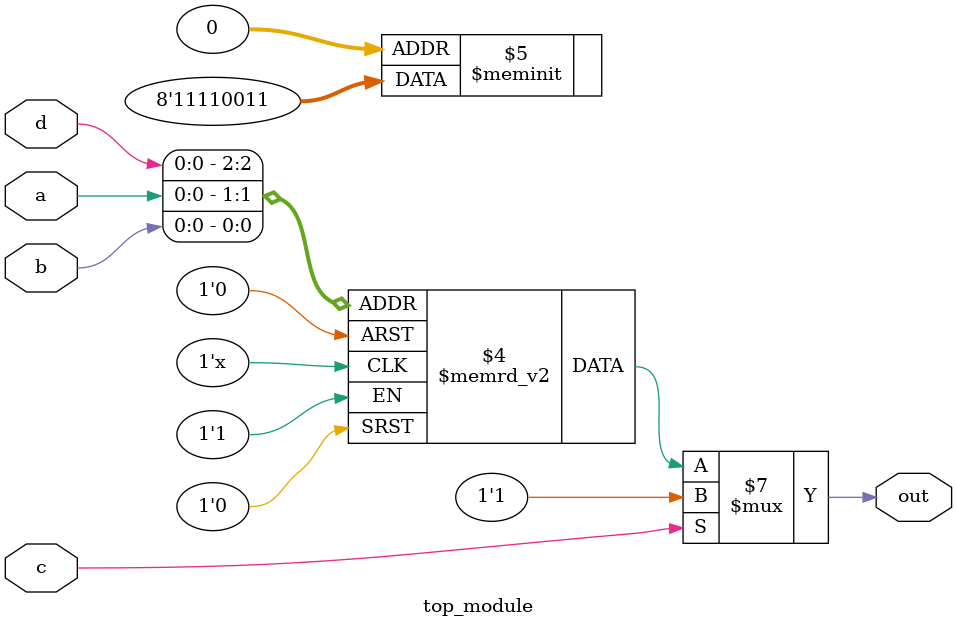
<source format=sv>
module top_module (
  input a,
  input b,
  input c,
  input d,
  output reg out
);
  
  always @* begin
    case({c, d, a, b})
      4'b0000: out = 1'b1;
      4'b0001: out = 1'b1;
      4'b0010: out = 1'b0;
      4'b0011: out = 1'b0;
      4'b0100: out = 1'b1;
      4'b0101: out = 1'b1;
      4'b0110: out = 1'b1;
      4'b0111: out = 1'b1;
      default: out = 1'b1;
    endcase
  end

endmodule

</source>
